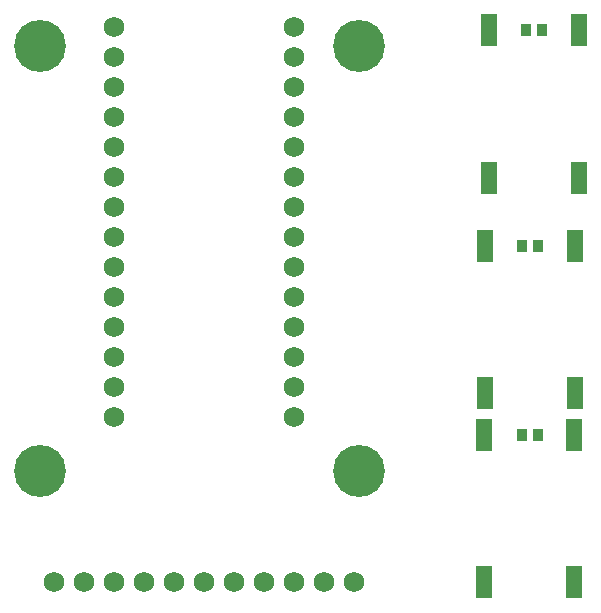
<source format=gts>
%FSLAX23Y23*%
%MOIN*%
G70*
G01*
G75*
G04 Layer_Color=8388736*
%ADD10R,0.047X0.098*%
%ADD11R,0.030X0.035*%
%ADD12C,0.006*%
%ADD13C,0.060*%
%ADD14C,0.061*%
%ADD15C,0.165*%
%ADD16C,0.024*%
%ADD17C,0.010*%
%ADD18C,0.006*%
%ADD19R,0.055X0.106*%
%ADD20R,0.038X0.043*%
%ADD21C,0.068*%
%ADD22C,0.069*%
%ADD23C,0.173*%
D19*
X2582Y1047D02*
D03*
X2882Y1539D02*
D03*
X2582D02*
D03*
X2882Y1047D02*
D03*
X2585Y1678D02*
D03*
X2885Y2170D02*
D03*
X2585D02*
D03*
X2885Y1678D02*
D03*
X2597Y2395D02*
D03*
X2897Y2887D02*
D03*
X2597D02*
D03*
X2897Y2395D02*
D03*
D20*
X2762Y1539D02*
D03*
X2709D02*
D03*
X2762Y2170D02*
D03*
X2709D02*
D03*
X2774Y2887D02*
D03*
X2720D02*
D03*
D21*
X1947Y2898D02*
D03*
Y2798D02*
D03*
Y2698D02*
D03*
Y2598D02*
D03*
Y2498D02*
D03*
Y2398D02*
D03*
Y2298D02*
D03*
Y2198D02*
D03*
Y2098D02*
D03*
Y1998D02*
D03*
Y1898D02*
D03*
Y1798D02*
D03*
Y1698D02*
D03*
Y1598D02*
D03*
X1347Y2898D02*
D03*
Y1598D02*
D03*
Y1698D02*
D03*
Y1798D02*
D03*
Y1898D02*
D03*
Y1998D02*
D03*
Y2098D02*
D03*
Y2198D02*
D03*
Y2298D02*
D03*
Y2398D02*
D03*
Y2498D02*
D03*
Y2598D02*
D03*
Y2698D02*
D03*
Y2798D02*
D03*
D22*
X1147Y1048D02*
D03*
X1247D02*
D03*
X1347D02*
D03*
X1447D02*
D03*
X1547D02*
D03*
X1647D02*
D03*
X1747D02*
D03*
X1847D02*
D03*
X1947D02*
D03*
X2047D02*
D03*
X2147D02*
D03*
D23*
X1102Y2835D02*
D03*
X2165D02*
D03*
X1102Y1417D02*
D03*
X2165D02*
D03*
M02*

</source>
